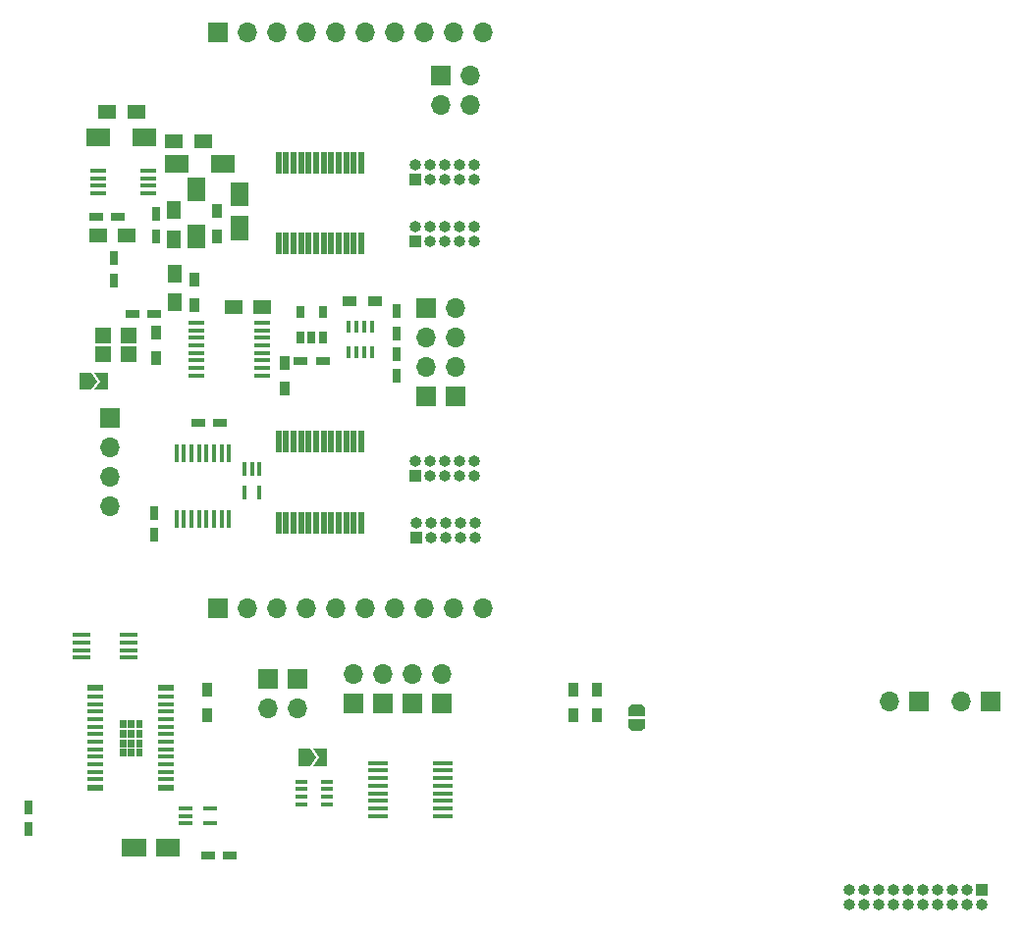
<source format=gts>
G04 #@! TF.GenerationSoftware,KiCad,Pcbnew,(5.1.6-0-10_14)*
G04 #@! TF.CreationDate,2021-06-29T11:57:39+09:00*
G04 #@! TF.ProjectId,qPCR-photosensing,71504352-2d70-4686-9f74-6f73656e7369,rev?*
G04 #@! TF.SameCoordinates,Original*
G04 #@! TF.FileFunction,Soldermask,Top*
G04 #@! TF.FilePolarity,Negative*
%FSLAX46Y46*%
G04 Gerber Fmt 4.6, Leading zero omitted, Abs format (unit mm)*
G04 Created by KiCad (PCBNEW (5.1.6-0-10_14)) date 2021-06-29 11:57:39*
%MOMM*%
%LPD*%
G01*
G04 APERTURE LIST*
%ADD10C,0.100000*%
%ADD11O,1.700000X1.700000*%
%ADD12R,1.700000X1.700000*%
%ADD13R,1.676400X0.355600*%
%ADD14R,0.410000X1.570000*%
%ADD15R,0.750000X1.200000*%
%ADD16R,1.350000X0.600000*%
%ADD17R,1.350000X0.400000*%
%ADD18R,0.900000X1.200000*%
%ADD19R,1.400000X1.400000*%
%ADD20R,1.200000X0.750000*%
%ADD21R,1.250000X1.500000*%
%ADD22R,1.500000X1.250000*%
%ADD23R,2.000000X1.600000*%
%ADD24R,1.600000X2.000000*%
%ADD25R,1.500000X1.500000*%
%ADD26R,1.200000X0.900000*%
%ADD27R,1.473200X0.355600*%
%ADD28R,0.480000X1.900000*%
%ADD29R,1.470000X0.400000*%
%ADD30R,1.524000X0.457200*%
%ADD31R,0.650000X1.060000*%
%ADD32R,0.355600X1.168400*%
%ADD33R,1.168400X0.355600*%
%ADD34R,0.400000X1.060000*%
%ADD35R,1.060000X0.400000*%
%ADD36O,1.000000X1.000000*%
%ADD37R,1.000000X1.000000*%
G04 APERTURE END LIST*
D10*
G36*
X84550000Y-111130000D02*
G01*
X84550000Y-110530000D01*
X85050000Y-110530000D01*
X85050000Y-111130000D01*
X84550000Y-111130000D01*
G37*
X84550000Y-111130000D02*
X84550000Y-110530000D01*
X85050000Y-110530000D01*
X85050000Y-111130000D01*
X84550000Y-111130000D01*
G36*
X83850000Y-111130000D02*
G01*
X83850000Y-110530000D01*
X84350000Y-110530000D01*
X84350000Y-111130000D01*
X83850000Y-111130000D01*
G37*
X83850000Y-111130000D02*
X83850000Y-110530000D01*
X84350000Y-110530000D01*
X84350000Y-111130000D01*
X83850000Y-111130000D01*
G36*
X85250000Y-111130000D02*
G01*
X85250000Y-110530000D01*
X85750000Y-110530000D01*
X85750000Y-111130000D01*
X85250000Y-111130000D01*
G37*
X85250000Y-111130000D02*
X85250000Y-110530000D01*
X85750000Y-110530000D01*
X85750000Y-111130000D01*
X85250000Y-111130000D01*
G36*
X83850000Y-111950000D02*
G01*
X83850000Y-111350000D01*
X84350000Y-111350000D01*
X84350000Y-111950000D01*
X83850000Y-111950000D01*
G37*
X83850000Y-111950000D02*
X83850000Y-111350000D01*
X84350000Y-111350000D01*
X84350000Y-111950000D01*
X83850000Y-111950000D01*
G36*
X85250000Y-111950000D02*
G01*
X85250000Y-111350000D01*
X85750000Y-111350000D01*
X85750000Y-111950000D01*
X85250000Y-111950000D01*
G37*
X85250000Y-111950000D02*
X85250000Y-111350000D01*
X85750000Y-111350000D01*
X85750000Y-111950000D01*
X85250000Y-111950000D01*
G36*
X84550000Y-111950000D02*
G01*
X84550000Y-111350000D01*
X85050000Y-111350000D01*
X85050000Y-111950000D01*
X84550000Y-111950000D01*
G37*
X84550000Y-111950000D02*
X84550000Y-111350000D01*
X85050000Y-111350000D01*
X85050000Y-111950000D01*
X84550000Y-111950000D01*
G36*
X84550000Y-113590000D02*
G01*
X84550000Y-112990000D01*
X85050000Y-112990000D01*
X85050000Y-113590000D01*
X84550000Y-113590000D01*
G37*
X84550000Y-113590000D02*
X84550000Y-112990000D01*
X85050000Y-112990000D01*
X85050000Y-113590000D01*
X84550000Y-113590000D01*
G36*
X83850000Y-113590000D02*
G01*
X83850000Y-112990000D01*
X84350000Y-112990000D01*
X84350000Y-113590000D01*
X83850000Y-113590000D01*
G37*
X83850000Y-113590000D02*
X83850000Y-112990000D01*
X84350000Y-112990000D01*
X84350000Y-113590000D01*
X83850000Y-113590000D01*
G36*
X85250000Y-113590000D02*
G01*
X85250000Y-112990000D01*
X85750000Y-112990000D01*
X85750000Y-113590000D01*
X85250000Y-113590000D01*
G37*
X85250000Y-113590000D02*
X85250000Y-112990000D01*
X85750000Y-112990000D01*
X85750000Y-113590000D01*
X85250000Y-113590000D01*
G36*
X83850000Y-112770000D02*
G01*
X83850000Y-112170000D01*
X84350000Y-112170000D01*
X84350000Y-112770000D01*
X83850000Y-112770000D01*
G37*
X83850000Y-112770000D02*
X83850000Y-112170000D01*
X84350000Y-112170000D01*
X84350000Y-112770000D01*
X83850000Y-112770000D01*
G36*
X85250000Y-112770000D02*
G01*
X85250000Y-112170000D01*
X85750000Y-112170000D01*
X85750000Y-112770000D01*
X85250000Y-112770000D01*
G37*
X85250000Y-112770000D02*
X85250000Y-112170000D01*
X85750000Y-112170000D01*
X85750000Y-112770000D01*
X85250000Y-112770000D01*
G36*
X84550000Y-112770000D02*
G01*
X84550000Y-112170000D01*
X85050000Y-112170000D01*
X85050000Y-112770000D01*
X84550000Y-112770000D01*
G37*
X84550000Y-112770000D02*
X84550000Y-112170000D01*
X85050000Y-112170000D01*
X85050000Y-112770000D01*
X84550000Y-112770000D01*
D11*
X115160000Y-100849500D03*
X112620000Y-100849500D03*
X110080000Y-100849500D03*
X107540000Y-100849500D03*
X105000000Y-100849500D03*
X102460000Y-100849500D03*
X99920000Y-100849500D03*
X97380000Y-100849500D03*
X94840000Y-100849500D03*
D12*
X92300000Y-100849500D03*
D13*
X111719400Y-114225001D03*
X111719400Y-114875002D03*
X111719400Y-115525001D03*
X111719400Y-116175002D03*
X111719400Y-116825001D03*
X111719400Y-117474999D03*
X111719400Y-118125001D03*
X111719400Y-118774999D03*
X106080600Y-118774999D03*
X106080600Y-118124998D03*
X106080600Y-117474999D03*
X106080600Y-116824998D03*
X106080600Y-116174999D03*
X106080600Y-115525001D03*
X106080600Y-114874999D03*
X106080600Y-114225001D03*
D14*
X93275000Y-87450000D03*
X92625000Y-87450000D03*
X91975000Y-87450000D03*
X91325000Y-87450000D03*
X90675000Y-87450000D03*
X90025000Y-87450000D03*
X89375000Y-87450000D03*
X88725000Y-87450000D03*
X88725000Y-93190000D03*
X89375000Y-93190000D03*
X90025000Y-93190000D03*
X90675000Y-93190000D03*
X91325000Y-93190000D03*
X91975000Y-93190000D03*
X92625000Y-93190000D03*
X93275000Y-93190000D03*
D12*
X152800000Y-108870000D03*
D11*
X150260000Y-108870000D03*
D15*
X86800000Y-92620000D03*
X86800000Y-94520000D03*
D16*
X87850000Y-107725000D03*
X81750000Y-107725000D03*
D17*
X87850000Y-108475000D03*
X81750000Y-108475000D03*
X87850000Y-109125000D03*
X81750000Y-109125000D03*
X87850000Y-109775000D03*
X81750000Y-109775000D03*
X87850000Y-110425000D03*
X81750000Y-110425000D03*
X87850000Y-111075000D03*
X81750000Y-111075000D03*
X87850000Y-111725000D03*
X81750000Y-111725000D03*
X87850000Y-112375000D03*
X81750000Y-112375000D03*
X87850000Y-113025000D03*
X81750000Y-113025000D03*
X87850000Y-113675000D03*
X81750000Y-113675000D03*
X87850000Y-114325000D03*
X81750000Y-114325000D03*
X87850000Y-114975000D03*
X81750000Y-114975000D03*
X87850000Y-115625000D03*
X81750000Y-115625000D03*
D16*
X87850000Y-116375000D03*
X81750000Y-116375000D03*
D10*
G36*
X81875000Y-81270000D02*
G01*
X81375000Y-82020000D01*
X80375000Y-82020000D01*
X80375000Y-80520000D01*
X81375000Y-80520000D01*
X81875000Y-81270000D01*
G37*
G36*
X82825000Y-82020000D02*
G01*
X81675000Y-82020000D01*
X82175000Y-81270000D01*
X81675000Y-80520000D01*
X82825000Y-80520000D01*
X82825000Y-82020000D01*
G37*
D18*
X87000000Y-79250000D03*
X87000000Y-77050000D03*
D19*
X84570000Y-77360000D03*
X82370000Y-77360000D03*
X82370000Y-78960000D03*
X84570000Y-78960000D03*
D20*
X84950000Y-75500000D03*
X86850000Y-75500000D03*
D21*
X88600000Y-74450000D03*
X88600000Y-71950000D03*
D22*
X93650000Y-74850000D03*
X96150000Y-74850000D03*
D15*
X107696000Y-78930000D03*
X107696000Y-80830000D03*
X107696000Y-77150000D03*
X107696000Y-75250000D03*
D20*
X99450000Y-79500000D03*
X101350000Y-79500000D03*
D15*
X83320000Y-70660000D03*
X83320000Y-72560000D03*
D22*
X84450000Y-68650000D03*
X81950000Y-68650000D03*
D23*
X82000000Y-60200000D03*
X86000000Y-60200000D03*
X92750000Y-62550000D03*
X88750000Y-62550000D03*
D21*
X88500000Y-66500000D03*
X88500000Y-69000000D03*
D24*
X90450000Y-64750000D03*
X90450000Y-68750000D03*
D18*
X92200000Y-68750000D03*
X92200000Y-66550000D03*
D12*
X92300000Y-51150500D03*
D11*
X94840000Y-51150500D03*
X97380000Y-51150500D03*
X99920000Y-51150500D03*
X102460000Y-51150500D03*
X105000000Y-51150500D03*
X107540000Y-51150500D03*
X110080000Y-51150500D03*
X112620000Y-51150500D03*
X115160000Y-51150500D03*
D10*
G36*
X94200000Y-67600000D02*
G01*
X94950000Y-68100000D01*
X94950000Y-69100000D01*
X93450000Y-69100000D01*
X93450000Y-68100000D01*
X94200000Y-67600000D01*
G37*
G36*
X94200000Y-65600000D02*
G01*
X93450000Y-65100000D01*
X93450000Y-64100000D01*
X94950000Y-64100000D01*
X94950000Y-65100000D01*
X94200000Y-65600000D01*
G37*
D25*
X94200000Y-65400000D03*
X94200000Y-67800000D03*
X87750000Y-121500000D03*
X85350000Y-121500000D03*
D10*
G36*
X85550000Y-121500000D02*
G01*
X85050000Y-122250000D01*
X84050000Y-122250000D01*
X84050000Y-120750000D01*
X85050000Y-120750000D01*
X85550000Y-121500000D01*
G37*
G36*
X87550000Y-121500000D02*
G01*
X88050000Y-120750000D01*
X89050000Y-120750000D01*
X89050000Y-122250000D01*
X88050000Y-122250000D01*
X87550000Y-121500000D01*
G37*
G36*
X101710000Y-114480000D02*
G01*
X100560000Y-114480000D01*
X101060000Y-113730000D01*
X100560000Y-112980000D01*
X101710000Y-112980000D01*
X101710000Y-114480000D01*
G37*
G36*
X100760000Y-113730000D02*
G01*
X100260000Y-114480000D01*
X99260000Y-114480000D01*
X99260000Y-112980000D01*
X100260000Y-112980000D01*
X100760000Y-113730000D01*
G37*
D18*
X90300000Y-74700000D03*
X90300000Y-72500000D03*
X98100000Y-81900000D03*
X98100000Y-79700000D03*
D26*
X105830000Y-74340000D03*
X103630000Y-74340000D03*
D18*
X91400000Y-107900000D03*
X91400000Y-110100000D03*
D27*
X90480600Y-80774999D03*
X90480600Y-80124998D03*
X90480600Y-79474999D03*
X90480600Y-78824998D03*
X90480600Y-78174999D03*
X90480600Y-77525001D03*
X90480600Y-76874999D03*
X90480600Y-76225001D03*
X96119400Y-76225001D03*
X96119400Y-76875002D03*
X96119400Y-77525001D03*
X96119400Y-78175002D03*
X96119400Y-78825001D03*
X96119400Y-79474999D03*
X96119400Y-80125001D03*
X96119400Y-80774999D03*
D28*
X104675000Y-86495000D03*
X104025000Y-86495000D03*
X103375000Y-86495000D03*
X102725000Y-86495000D03*
X102075000Y-86495000D03*
X101425000Y-86495000D03*
X100775000Y-86495000D03*
X100125000Y-86495000D03*
X99475000Y-86495000D03*
X98825000Y-86495000D03*
X98175000Y-86495000D03*
X97525000Y-86495000D03*
X97525000Y-93505000D03*
X98175000Y-93505000D03*
X98825000Y-93505000D03*
X99475000Y-93505000D03*
X100125000Y-93505000D03*
X100775000Y-93505000D03*
X101425000Y-93505000D03*
X102075000Y-93505000D03*
X102725000Y-93505000D03*
X103375000Y-93505000D03*
X104025000Y-93505000D03*
X104675000Y-93505000D03*
D29*
X86270001Y-63100001D03*
X86270001Y-63750001D03*
X86270001Y-64400001D03*
X86270001Y-65050001D03*
X81970001Y-65050001D03*
X81970001Y-64400001D03*
X81970001Y-63750001D03*
X81970001Y-63100001D03*
D30*
X80536400Y-105114999D03*
X80536400Y-104465001D03*
X80536400Y-103814999D03*
X80536400Y-103165001D03*
X84623600Y-103165001D03*
X84623600Y-103814999D03*
X84623600Y-104465001D03*
X84623600Y-105114999D03*
D28*
X97525000Y-62395000D03*
X98175000Y-62395000D03*
X98825000Y-62395000D03*
X99475000Y-62395000D03*
X100125000Y-62395000D03*
X100775000Y-62395000D03*
X101425000Y-62395000D03*
X102075000Y-62395000D03*
X102725000Y-62395000D03*
X103375000Y-62395000D03*
X104025000Y-62395000D03*
X104675000Y-62395000D03*
X104675000Y-69405000D03*
X104025000Y-69405000D03*
X103375000Y-69405000D03*
X102725000Y-69405000D03*
X102075000Y-69405000D03*
X101425000Y-69405000D03*
X100775000Y-69405000D03*
X100125000Y-69405000D03*
X99475000Y-69405000D03*
X98825000Y-69405000D03*
X98175000Y-69405000D03*
X97525000Y-69405000D03*
D12*
X104040000Y-109070000D03*
D11*
X104040000Y-106530000D03*
X106580000Y-106530000D03*
D12*
X106580000Y-109070000D03*
X109120000Y-109070000D03*
D11*
X109120000Y-106530000D03*
X111660000Y-106530000D03*
D12*
X111660000Y-109070000D03*
D11*
X156380000Y-108870000D03*
D12*
X158920000Y-108870000D03*
X83020000Y-84460000D03*
D11*
X83020000Y-87000000D03*
X83020000Y-89540000D03*
X83020000Y-92080000D03*
X112776000Y-74930000D03*
X112776000Y-77470000D03*
X112776000Y-80010000D03*
D12*
X112776000Y-82550000D03*
D20*
X81800000Y-67100000D03*
X83700000Y-67100000D03*
D22*
X82750000Y-58000000D03*
X85250000Y-58000000D03*
D15*
X86950000Y-66850000D03*
X86950000Y-68750000D03*
D22*
X91024999Y-60554999D03*
X88524999Y-60554999D03*
D20*
X91450000Y-122200000D03*
X93350000Y-122200000D03*
D15*
X76000000Y-118050000D03*
X76000000Y-119950000D03*
D20*
X90600000Y-84870000D03*
X92500000Y-84870000D03*
D31*
X99450000Y-75300000D03*
X101350000Y-75300000D03*
X101350000Y-77500000D03*
X100400000Y-77500000D03*
X99450000Y-77500000D03*
D32*
X95899999Y-90891400D03*
X94600001Y-90891400D03*
X94600001Y-88808600D03*
X95250000Y-88808600D03*
X95899999Y-88808600D03*
D33*
X89538600Y-118130001D03*
X89538600Y-118780000D03*
X89538600Y-119429999D03*
X91621400Y-119429999D03*
X91621400Y-118130001D03*
D34*
X103610000Y-78760000D03*
X104260000Y-78760000D03*
X104920000Y-78760000D03*
X105570000Y-78760000D03*
X105570000Y-76560000D03*
X104920000Y-76560000D03*
X104260000Y-76560000D03*
X103610000Y-76560000D03*
D35*
X101700000Y-115820000D03*
X101700000Y-116470000D03*
X101700000Y-117130000D03*
X101700000Y-117780000D03*
X99500000Y-117780000D03*
X99500000Y-117130000D03*
X99500000Y-116470000D03*
X99500000Y-115820000D03*
D11*
X110236000Y-80010000D03*
D12*
X110236000Y-82550000D03*
X110236000Y-74930000D03*
D11*
X110236000Y-77470000D03*
X99200000Y-109540000D03*
D12*
X99200000Y-107000000D03*
X96660000Y-107000000D03*
D11*
X96660000Y-109540000D03*
D36*
X146770000Y-126470000D03*
X146770000Y-125200000D03*
X148040000Y-126470000D03*
X148040000Y-125200000D03*
X149310000Y-126470000D03*
X149310000Y-125200000D03*
X150580000Y-126470000D03*
X150580000Y-125200000D03*
X151850000Y-126470000D03*
X151850000Y-125200000D03*
X153120000Y-126470000D03*
X153120000Y-125200000D03*
X154390000Y-126470000D03*
X154390000Y-125200000D03*
X155660000Y-126470000D03*
X155660000Y-125200000D03*
X156930000Y-126470000D03*
X156930000Y-125200000D03*
X158200000Y-126470000D03*
D37*
X158200000Y-125200000D03*
D10*
G36*
X127680602Y-109640000D02*
G01*
X127680602Y-109615466D01*
X127685412Y-109566635D01*
X127694984Y-109518510D01*
X127709228Y-109471555D01*
X127728005Y-109426222D01*
X127751136Y-109382949D01*
X127778396Y-109342150D01*
X127809524Y-109304221D01*
X127844221Y-109269524D01*
X127882150Y-109238396D01*
X127922949Y-109211136D01*
X127966222Y-109188005D01*
X128011555Y-109169228D01*
X128058510Y-109154984D01*
X128106635Y-109145412D01*
X128155466Y-109140602D01*
X128180000Y-109140602D01*
X128180000Y-109140000D01*
X128680000Y-109140000D01*
X128680000Y-109140602D01*
X128704534Y-109140602D01*
X128753365Y-109145412D01*
X128801490Y-109154984D01*
X128848445Y-109169228D01*
X128893778Y-109188005D01*
X128937051Y-109211136D01*
X128977850Y-109238396D01*
X129015779Y-109269524D01*
X129050476Y-109304221D01*
X129081604Y-109342150D01*
X129108864Y-109382949D01*
X129131995Y-109426222D01*
X129150772Y-109471555D01*
X129165016Y-109518510D01*
X129174588Y-109566635D01*
X129179398Y-109615466D01*
X129179398Y-109640000D01*
X129180000Y-109640000D01*
X129180000Y-110140000D01*
X127680000Y-110140000D01*
X127680000Y-109640000D01*
X127680602Y-109640000D01*
G37*
G36*
X129180000Y-110440000D02*
G01*
X129180000Y-110940000D01*
X129179398Y-110940000D01*
X129179398Y-110964534D01*
X129174588Y-111013365D01*
X129165016Y-111061490D01*
X129150772Y-111108445D01*
X129131995Y-111153778D01*
X129108864Y-111197051D01*
X129081604Y-111237850D01*
X129050476Y-111275779D01*
X129015779Y-111310476D01*
X128977850Y-111341604D01*
X128937051Y-111368864D01*
X128893778Y-111391995D01*
X128848445Y-111410772D01*
X128801490Y-111425016D01*
X128753365Y-111434588D01*
X128704534Y-111439398D01*
X128680000Y-111439398D01*
X128680000Y-111440000D01*
X128180000Y-111440000D01*
X128180000Y-111439398D01*
X128155466Y-111439398D01*
X128106635Y-111434588D01*
X128058510Y-111425016D01*
X128011555Y-111410772D01*
X127966222Y-111391995D01*
X127922949Y-111368864D01*
X127882150Y-111341604D01*
X127844221Y-111310476D01*
X127809524Y-111275779D01*
X127778396Y-111237850D01*
X127751136Y-111197051D01*
X127728005Y-111153778D01*
X127709228Y-111108445D01*
X127694984Y-111061490D01*
X127685412Y-111013365D01*
X127680602Y-110964534D01*
X127680602Y-110940000D01*
X127680000Y-110940000D01*
X127680000Y-110440000D01*
X129180000Y-110440000D01*
G37*
D11*
X114110000Y-57460000D03*
X114110000Y-54920000D03*
X111570000Y-57460000D03*
D12*
X111570000Y-54920000D03*
D37*
X109340000Y-89405000D03*
D36*
X109340000Y-88135000D03*
X110610000Y-89405000D03*
X110610000Y-88135000D03*
X111880000Y-89405000D03*
X111880000Y-88135000D03*
X113150000Y-89405000D03*
X113150000Y-88135000D03*
X114420000Y-89405000D03*
X114420000Y-88135000D03*
X114490000Y-93469000D03*
X114490000Y-94739000D03*
X113220000Y-93469000D03*
X113220000Y-94739000D03*
X111950000Y-93469000D03*
X111950000Y-94739000D03*
X110680000Y-93469000D03*
X110680000Y-94739000D03*
X109410000Y-93469000D03*
D37*
X109410000Y-94739000D03*
X109340000Y-63865000D03*
D36*
X109340000Y-62595000D03*
X110610000Y-63865000D03*
X110610000Y-62595000D03*
X111880000Y-63865000D03*
X111880000Y-62595000D03*
X113150000Y-63865000D03*
X113150000Y-62595000D03*
X114420000Y-63865000D03*
X114420000Y-62595000D03*
X114420000Y-67929000D03*
X114420000Y-69199000D03*
X113150000Y-67929000D03*
X113150000Y-69199000D03*
X111880000Y-67929000D03*
X111880000Y-69199000D03*
X110610000Y-67929000D03*
X110610000Y-69199000D03*
X109340000Y-67929000D03*
D37*
X109340000Y-69199000D03*
D18*
X123000000Y-107900000D03*
X123000000Y-110100000D03*
X125000000Y-107900000D03*
X125000000Y-110100000D03*
M02*

</source>
